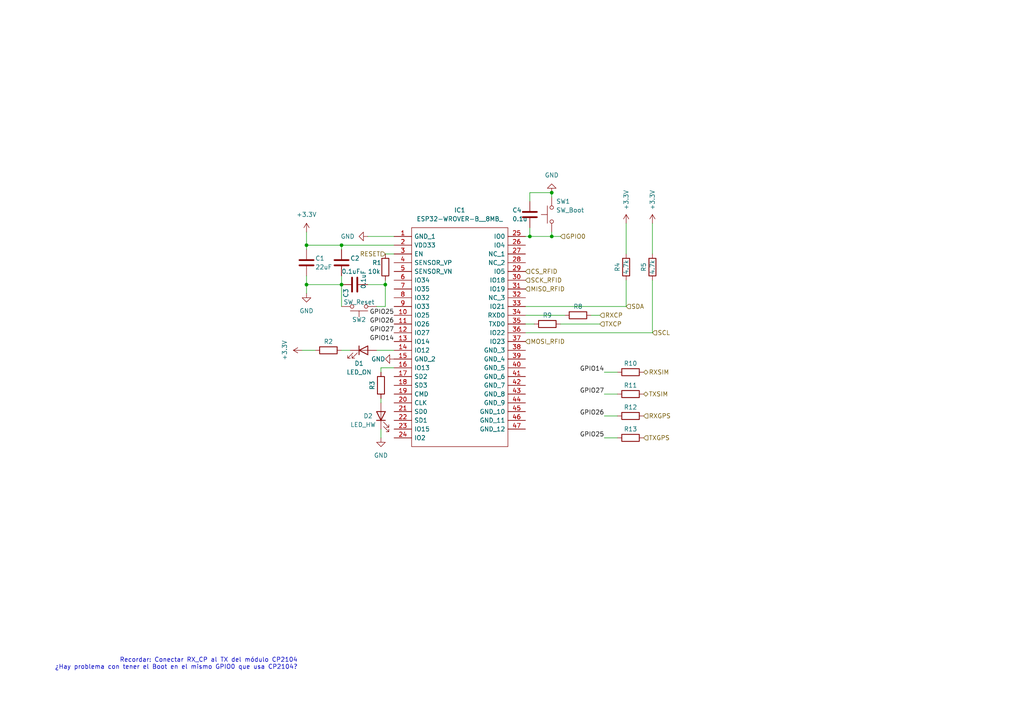
<source format=kicad_sch>
(kicad_sch (version 20211123) (generator eeschema)
  (paper "A4")
  (lib_symbols
    (symbol "Device:C" (pin_numbers hide) (pin_names (offset 0.254))
      (property "Reference" "C" (at 0.635 2.54 0))
      (property "Value" "C" (at 0.635 -2.54 0))
      (symbol "C_0_1"
        (polyline (pts (xy -2.032 -0.762) (xy 2.032 -0.762)) (stroke (width 0.508)))
        (polyline (pts (xy -2.032 0.762) (xy 2.032 0.762)) (stroke (width 0.508)))
      )
      (symbol "C_1_1"
        (pin passive line (at 0 3.81 270) (length 2.794) (name "~") (number "1"))
        (pin passive line (at 0 -3.81 90) (length 2.794) (name "~") (number "2"))
      )
    )
    (symbol "Device:LED" (pin_numbers hide) (pin_names (offset 1.016) hide)
      (property "Reference" "D" (at 0 2.54 0))
      (property "Value" "LED" (at 0 -2.54 0))
      (symbol "LED_0_1"
        (polyline (pts (xy -1.27 -1.27) (xy -1.27 1.27)) (stroke (width 0.254)))
        (polyline (pts (xy -1.27 0) (xy 1.27 0)))
        (polyline (pts (xy 1.27 -1.27) (xy 1.27 1.27) (xy -1.27 0) (xy 1.27 -1.27)) (stroke (width 0.254)))
        (polyline (pts (xy -3.048 -0.762) (xy -4.572 -2.286) (xy -3.81 -2.286) (xy -4.572 -2.286) (xy -4.572 -1.524)))
        (polyline (pts (xy -1.778 -0.762) (xy -3.302 -2.286) (xy -2.54 -2.286) (xy -3.302 -2.286) (xy -3.302 -1.524)))
      )
      (symbol "LED_1_1"
        (pin passive line (at -3.81 0 0) (length 2.54) (name "K") (number "1"))
        (pin passive line (at 3.81 0 180) (length 2.54) (name "A") (number "2"))
      )
    )
    (symbol "Device:R" (pin_numbers hide) (pin_names (offset 0))
      (property "Reference" "R" (at 2.032 0 90))
      (property "Value" "R" (at 0 0 90))
      (symbol "R_0_1"
        (rectangle (start -1.016 -2.54) (end 1.016 2.54) (stroke (width 0.254)))
      )
      (symbol "R_1_1"
        (pin passive line (at 0 3.81 270) (length 1.27) (name "~") (number "1"))
        (pin passive line (at 0 -3.81 90) (length 1.27) (name "~") (number "2"))
      )
    )
    (symbol "ESP32-WROVER-B__8MB_:ESP32-WROVER-B__8MB_" (pin_names (offset 0.762))
      (property "Reference" "IC" (at 34.29 7.62 0))
      (property "Value" "ESP32-WROVER-B__8MB_" (at 34.29 5.08 0))
      (symbol "ESP32-WROVER-B__8MB__0_0"
        (pin passive line (at 0 0 0) (length 5.08) (name "GND_1") (number "1"))
        (pin passive line (at 0 -22.86 0) (length 5.08) (name "IO25") (number "10"))
        (pin passive line (at 0 -25.4 0) (length 5.08) (name "IO26") (number "11"))
        (pin passive line (at 0 -27.94 0) (length 5.08) (name "IO27") (number "12"))
        (pin passive line (at 0 -30.48 0) (length 5.08) (name "IO14") (number "13"))
        (pin passive line (at 0 -33.02 0) (length 5.08) (name "IO12") (number "14"))
        (pin passive line (at 0 -35.56 0) (length 5.08) (name "GND_2") (number "15"))
        (pin passive line (at 0 -38.1 0) (length 5.08) (name "IO13") (number "16"))
        (pin passive line (at 0 -40.64 0) (length 5.08) (name "SD2") (number "17"))
        (pin passive line (at 0 -43.18 0) (length 5.08) (name "SD3") (number "18"))
        (pin passive line (at 0 -45.72 0) (length 5.08) (name "CMD") (number "19"))
        (pin passive line (at 0 -2.54 0) (length 5.08) (name "VDD33") (number "2"))
        (pin passive line (at 0 -48.26 0) (length 5.08) (name "CLK") (number "20"))
        (pin passive line (at 0 -50.8 0) (length 5.08) (name "SD0") (number "21"))
        (pin passive line (at 0 -53.34 0) (length 5.08) (name "SD1") (number "22"))
        (pin passive line (at 0 -55.88 0) (length 5.08) (name "IO15") (number "23"))
        (pin passive line (at 0 -58.42 0) (length 5.08) (name "IO2") (number "24"))
        (pin passive line (at 38.1 0 180) (length 5.08) (name "IO0") (number "25"))
        (pin passive line (at 38.1 -2.54 180) (length 5.08) (name "IO4") (number "26"))
        (pin passive line (at 38.1 -5.08 180) (length 5.08) (name "NC_1") (number "27"))
        (pin passive line (at 38.1 -7.62 180) (length 5.08) (name "NC_2") (number "28"))
        (pin passive line (at 38.1 -10.16 180) (length 5.08) (name "IO5") (number "29"))
        (pin passive line (at 0 -5.08 0) (length 5.08) (name "EN") (number "3"))
        (pin passive line (at 38.1 -12.7 180) (length 5.08) (name "IO18") (number "30"))
        (pin passive line (at 38.1 -15.24 180) (length 5.08) (name "IO19") (number "31"))
        (pin passive line (at 38.1 -17.78 180) (length 5.08) (name "NC_3") (number "32"))
        (pin passive line (at 38.1 -20.32 180) (length 5.08) (name "IO21") (number "33"))
        (pin passive line (at 38.1 -22.86 180) (length 5.08) (name "RXD0") (number "34"))
        (pin passive line (at 38.1 -25.4 180) (length 5.08) (name "TXD0") (number "35"))
        (pin passive line (at 38.1 -27.94 180) (length 5.08) (name "IO22") (number "36"))
        (pin passive line (at 38.1 -30.48 180) (length 5.08) (name "IO23") (number "37"))
        (pin passive line (at 38.1 -33.02 180) (length 5.08) (name "GND_3") (number "38"))
        (pin passive line (at 38.1 -35.56 180) (length 5.08) (name "GND_4") (number "39"))
        (pin passive line (at 0 -7.62 0) (length 5.08) (name "SENSOR_VP") (number "4"))
        (pin passive line (at 38.1 -38.1 180) (length 5.08) (name "GND_5") (number "40"))
        (pin passive line (at 38.1 -40.64 180) (length 5.08) (name "GND_6") (number "41"))
        (pin passive line (at 38.1 -43.18 180) (length 5.08) (name "GND_7") (number "42"))
        (pin passive line (at 38.1 -45.72 180) (length 5.08) (name "GND_8") (number "43"))
        (pin passive line (at 38.1 -48.26 180) (length 5.08) (name "GND_9") (number "44"))
        (pin passive line (at 38.1 -50.8 180) (length 5.08) (name "GND_10") (number "45"))
        (pin passive line (at 38.1 -53.34 180) (length 5.08) (name "GND_11") (number "46"))
        (pin passive line (at 38.1 -55.88 180) (length 5.08) (name "GND_12") (number "47"))
        (pin passive line (at 0 -10.16 0) (length 5.08) (name "SENSOR_VN") (number "5"))
        (pin passive line (at 0 -12.7 0) (length 5.08) (name "IO34") (number "6"))
        (pin passive line (at 0 -15.24 0) (length 5.08) (name "IO35") (number "7"))
        (pin passive line (at 0 -17.78 0) (length 5.08) (name "IO32") (number "8"))
        (pin passive line (at 0 -20.32 0) (length 5.08) (name "IO33") (number "9"))
      )
      (symbol "ESP32-WROVER-B__8MB__0_1"
        (polyline (pts (xy 5.08 2.54) (xy 33.02 2.54) (xy 33.02 -60.96) (xy 5.08 -60.96) (xy 5.08 2.54)) (stroke (width 0.1524)))
      )
    )
    (symbol "Switch:SW_MEC_5G" (pin_numbers hide) (pin_names (offset 1.016) hide)
      (property "Reference" "SW" (at 1.27 2.54 0))
      (property "Value" "SW_MEC_5G" (at 0 -1.524 0))
      (symbol "SW_MEC_5G_0_1"
        (circle (center -2.032 0) (radius 0.508))
        (polyline (pts (xy 0 1.27) (xy 0 3.048)))
        (polyline (pts (xy 2.54 1.27) (xy -2.54 1.27)))
        (circle (center 2.032 0) (radius 0.508))
        (pin passive line (at -5.08 0 0) (length 2.54) (name "A") (number "1"))
        (pin passive line (at 5.08 0 180) (length 2.54) (name "B") (number "3"))
      )
      (symbol "SW_MEC_5G_1_1"
        (pin passive line (at -5.08 0 0) (length 2.54) hide (name "A") (number "2"))
        (pin passive line (at 5.08 0 180) (length 2.54) hide (name "B") (number "4"))
      )
    )
    (symbol "Switch:SW_Push" (pin_numbers hide) (pin_names (offset 1.016) hide)
      (property "Reference" "SW" (at 1.27 2.54 0))
      (property "Value" "SW_Push" (at 0 -1.524 0))
      (symbol "SW_Push_0_1"
        (circle (center -2.032 0) (radius 0.508))
        (polyline (pts (xy 0 1.27) (xy 0 3.048)))
        (polyline (pts (xy 2.54 1.27) (xy -2.54 1.27)))
        (circle (center 2.032 0) (radius 0.508))
        (pin passive line (at -5.08 0 0) (length 2.54) (name "1") (number "1"))
        (pin passive line (at 5.08 0 180) (length 2.54) (name "2") (number "2"))
      )
    )
    (symbol "power:+3.3V" (power) (pin_names (offset 0))
      (property "Value" "+3.3V" (at 0 3.556 0))
      (symbol "+3.3V_0_1"
        (polyline (pts (xy -0.762 1.27) (xy 0 2.54)))
        (polyline (pts (xy 0 0) (xy 0 2.54)))
        (polyline (pts (xy 0 2.54) (xy 0.762 1.27)))
      )
      (symbol "+3.3V_1_1"
        (pin power_in line (at 0 0 90) (length 0) hide (name "+3.3V") (number "1"))
      )
    )
    (symbol "power:GND" (power) (pin_names (offset 0))
      (property "Value" "GND" (at 0 -3.81 0))
      (symbol "GND_0_1"
        (polyline (pts (xy 0 0) (xy 0 -1.27) (xy 1.27 -1.27) (xy 0 -2.54) (xy -1.27 -1.27) (xy 0 -1.27)))
      )
      (symbol "GND_1_1"
        (pin power_in line (at 0 0 270) (length 0) hide (name "GND") (number "1"))
      )
    )
  )
  (junction (at 88.9 71.12))
  (junction (at 88.9 82.55))
  (junction (at 111.76 82.55))
  (junction (at 99.06 82.55))
  (junction (at 160.02 55.88))
  (junction (at 153.67 68.58))
  (junction (at 99.06 71.12))
  (junction (at 160.02 68.58))
  (wire (pts (xy 88.9 80.01) (xy 88.9 82.55)))
  (wire (pts (xy 109.22 88.9) (xy 111.76 88.9)))
  (wire (pts (xy 109.22 101.6) (xy 114.3 101.6)))
  (wire (pts (xy 175.26 120.65) (xy 179.07 120.65)))
  (wire (pts (xy 175.26 127) (xy 179.07 127)))
  (wire (pts (xy 111.76 88.9) (xy 111.76 82.55)))
  (wire (pts (xy 171.45 91.44) (xy 173.99 91.44)))
  (wire (pts (xy 99.06 82.55) (xy 99.06 88.9)))
  (wire (pts (xy 99.06 71.12) (xy 99.06 72.39)))
  (wire (pts (xy 99.06 71.12) (xy 114.3 71.12)))
  (wire (pts (xy 152.4 88.9) (xy 181.61 88.9)))
  (wire (pts (xy 153.67 68.58) (xy 160.02 68.58)))
  (wire (pts (xy 110.49 127) (xy 110.49 124.46)))
  (wire (pts (xy 160.02 68.58) (xy 162.56 68.58)))
  (wire (pts (xy 181.61 73.66) (xy 181.61 64.77)))
  (wire (pts (xy 106.68 82.55) (xy 111.76 82.55)))
  (wire (pts (xy 110.49 116.84) (xy 110.49 115.57)))
  (wire (pts (xy 160.02 57.15) (xy 160.02 55.88)))
  (wire (pts (xy 152.4 96.52) (xy 189.23 96.52)))
  (wire (pts (xy 88.9 71.12) (xy 99.06 71.12)))
  (wire (pts (xy 175.26 114.3) (xy 179.07 114.3)))
  (wire (pts (xy 87.63 101.6) (xy 91.44 101.6)))
  (wire (pts (xy 152.4 93.98) (xy 154.94 93.98)))
  (wire (pts (xy 99.06 82.55) (xy 88.9 82.55)))
  (wire (pts (xy 160.02 67.31) (xy 160.02 68.58)))
  (wire (pts (xy 110.49 106.68) (xy 114.3 106.68)))
  (wire (pts (xy 110.49 107.95) (xy 110.49 106.68)))
  (wire (pts (xy 114.3 73.66) (xy 111.76 73.66)))
  (wire (pts (xy 153.67 66.04) (xy 153.67 68.58)))
  (wire (pts (xy 99.06 101.6) (xy 101.6 101.6)))
  (wire (pts (xy 111.76 81.28) (xy 111.76 82.55)))
  (wire (pts (xy 189.23 81.28) (xy 189.23 96.52)))
  (wire (pts (xy 181.61 81.28) (xy 181.61 88.9)))
  (wire (pts (xy 152.4 91.44) (xy 163.83 91.44)))
  (wire (pts (xy 99.06 80.01) (xy 99.06 82.55)))
  (wire (pts (xy 162.56 93.98) (xy 173.99 93.98)))
  (wire (pts (xy 175.26 107.95) (xy 179.07 107.95)))
  (wire (pts (xy 152.4 68.58) (xy 153.67 68.58)))
  (wire (pts (xy 106.68 68.58) (xy 114.3 68.58)))
  (wire (pts (xy 88.9 71.12) (xy 88.9 72.39)))
  (wire (pts (xy 88.9 67.31) (xy 88.9 71.12)))
  (wire (pts (xy 88.9 82.55) (xy 88.9 85.09)))
  (wire (pts (xy 160.02 55.88) (xy 153.67 55.88)))
  (wire (pts (xy 153.67 55.88) (xy 153.67 58.42)))
  (wire (pts (xy 189.23 73.66) (xy 189.23 64.77)))
  (text "Recordar: Conectar RX_CP al TX del módulo CP2104\n¿Hay problema con tener el Boot en el mismo GPIO0 que usa CP2104?" (at 86.36 194.31 0) (effects (font (size 1.27 1.27)) (justify right bottom)))
  (label "GPIO14" (at 175.26 107.95 180))
  (label "GPIO27" (at 114.3 96.52 180))
  (label "GPIO27" (at 175.26 114.3 180))
  (label "GPIO26" (at 114.3 93.98 180))
  (label "GPIO25" (at 175.26 127 180))
  (label "GPIO25" (at 114.3 91.44 180))
  (label "GPIO14" (at 114.3 99.06 180))
  (label "GPIO26" (at 175.26 120.65 180))
  (hierarchical_label "SDA" (shape input) (at 181.61 88.9 0))
  (hierarchical_label "RXSIM" (shape bidirectional) (at 186.69 107.95 0))
  (hierarchical_label "CS_RFID" (shape input) (at 152.4 78.74 0))
  (hierarchical_label "RXGPS" (shape input) (at 186.69 120.65 0))
  (hierarchical_label "RESET" (shape input) (at 111.76 73.66 180))
  (hierarchical_label "SCK_RFID" (shape input) (at 152.4 81.28 0))
  (hierarchical_label "TXGPS" (shape input) (at 186.69 127 0))
  (hierarchical_label "MOSI_RFID" (shape input) (at 152.4 99.06 0))
  (hierarchical_label "SCL" (shape input) (at 189.23 96.52 0))
  (hierarchical_label "TXCP" (shape input) (at 173.99 93.98 0))
  (hierarchical_label "TXSIM" (shape bidirectional) (at 186.69 114.3 0))
  (hierarchical_label "GPIO0" (shape input) (at 162.56 68.58 0))
  (hierarchical_label "MISO_RFID" (shape input) (at 152.4 83.82 0))
  (hierarchical_label "RXCP" (shape input) (at 173.99 91.44 0))
  (symbol (lib_id "Device:R") (at 111.76 77.47 0) (unit 1)
    (property "Reference" "R1" (at 107.95 76.2 0) (effects (justify left)))
    (property "Value" "10k" (at 106.68 78.74 0) (effects (justify left)))
  )
  (symbol (lib_id "Device:C") (at 102.87 82.55 90) (unit 1)
    (property "Reference" "C3" (at 100.33 86.36 0) (effects (justify left)))
    (property "Value" "0.1uF" (at 105.41 83.82 0) (effects (justify left)))
  )
  (symbol (lib_id "Device:R") (at 158.75 93.98 90) (unit 1)
    (property "Reference" "R9" (at 158.75 91.44 90))
  )
  (symbol (lib_id "Device:R") (at 167.64 91.44 90) (unit 1)
    (property "Reference" "R8" (at 167.64 88.9 90))
  )
  (symbol (lib_id "Device:C") (at 99.06 76.2 0) (unit 1)
    (property "Reference" "C2" (at 101.6 74.93 0) (effects (justify left)))
    (property "Value" "0.1uF" (at 99.06 78.74 0) (effects (justify left)))
  )
  (symbol (lib_id "Device:R") (at 110.49 111.76 180) (unit 1)
    (property "Reference" "R3" (at 107.95 111.76 90))
  )
  (symbol (lib_id "Device:R") (at 95.25 101.6 90) (unit 1)
    (property "Reference" "R2" (at 95.25 99.06 90))
  )
  (symbol (lib_id "power:GND") (at 88.9 85.09 0) (unit 1)
    (property "Reference" "#PWR?" (effects hide))
    (property "Value" "GND" (at 88.9 90.17 0))
  )
  (symbol (lib_id "power:GND") (at 160.02 55.88 180) (unit 1)
    (property "Reference" "#PWR?" (effects hide))
    (property "Value" "GND" (at 160.02 50.8 0))
  )
  (symbol (lib_id "power:GND") (at 114.3 104.14 270) (unit 1)
    (property "Reference" "#PWR?" (effects hide))
    (property "Value" "GND" (at 111.76 104.14 90) (effects (justify right)))
  )
  (symbol (lib_id "power:+3.3V") (at 181.61 64.77 0) (unit 1)
    (property "Reference" "#PWR?" (effects hide))
    (property "Value" "+3.3V" (at 181.6099 60.96 90) (effects (justify left)))
  )
  (symbol (lib_id "Device:C") (at 153.67 62.23 0) (unit 1)
    (property "Reference" "C4" (at 148.59 60.96 0) (effects (justify left)))
    (property "Value" "0.1u" (at 148.59 63.5 0) (effects (justify left)))
  )
  (symbol (lib_id "power:+3.3V") (at 88.9 67.31 0) (unit 1)
    (property "Reference" "#PWR?" (effects hide))
    (property "Value" "+3.3V" (at 88.9 62.23 0))
  )
  (symbol (lib_id "Switch:SW_Push") (at 160.02 62.23 90) (unit 1)
    (property "Reference" "SW1" (at 161.29 58.42 90) (effects (justify right)))
    (property "Value" "SW_Boot" (at 161.29 60.96 90) (effects (justify right)))
  )
  (symbol (lib_id "power:+3.3V") (at 189.23 64.77 0) (unit 1)
    (property "Reference" "#PWR?" (effects hide))
    (property "Value" "+3.3V" (at 189.2299 60.96 90) (effects (justify left)))
  )
  (symbol (lib_id "Device:R") (at 181.61 77.47 180) (unit 1)
    (property "Reference" "R4" (at 179.07 77.47 90))
    (property "Value" "4.7k" (at 181.61 77.47 90))
  )
  (symbol (lib_id "power:+3.3V") (at 87.63 101.6 90) (unit 1)
    (property "Reference" "#PWR?" (effects hide))
    (property "Value" "+3.3V" (at 82.55 101.6 0))
  )
  (symbol (lib_id "Device:LED") (at 105.41 101.6 0) (unit 1)
    (property "Reference" "D1" (at 104.14 105.41 0))
    (property "Value" "LED_ON" (at 104.14 107.95 0))
  )
  (symbol (lib_id "Device:R") (at 182.88 120.65 90) (unit 1)
    (property "Reference" "R12" (at 182.88 118.11 90))
  )
  (symbol (lib_id "Switch:SW_MEC_5G") (at 104.14 88.9 180) (unit 1)
    (property "Reference" "SW2" (at 104.14 92.71 0))
    (property "Value" "SW_Reset" (at 104.14 87.63 0))
    (property "Datasheet" "http://www.apem.com/int/index.php?controller=attachment&id_attachment=488" (effects hide))
  )
  (symbol (lib_id "Device:R") (at 182.88 107.95 90) (unit 1)
    (property "Reference" "R10" (at 182.88 105.41 90))
  )
  (symbol (lib_id "ESP32-WROVER-B__8MB_:ESP32-WROVER-B__8MB_") (at 114.3 68.58 0) (unit 1)
    (property "Reference" "IC1" (at 133.35 60.96 0))
    (property "Value" "ESP32-WROVER-B__8MB_" (at 133.35 63.5 0))
    (property "Footprint" "ESP32WROVERB8MB" (effects hide))
    (property "Datasheet" "https://eu.mouser.com/datasheet/2/891/esp32-wrover-b_datasheet_en-1384674.pdf" (effects hide))
    (property "Description" "WiFi Modules (802.11) SMD Module M213DH6464PH3Q0, ESP32-D0WD, 64Mbits PSRAM, 8MB SPI flash, PCB Antenna" (effects hide))
    (property "Height" "3.4" (effects hide))
    (property "Manufacturer_Name" "Espressif Systems" (effects hide))
    (property "Manufacturer_Part_Number" "ESP32-WROVER-B (8MB)" (effects hide))
    (property "Mouser Part Number" "356-ESP32-WRO-B(8MB)" (effects hide))
  )
  (symbol (lib_id "Device:C") (at 88.9 76.2 0) (unit 1)
    (property "Reference" "C1" (at 91.44 74.93 0) (effects (justify left)))
    (property "Value" "22uF" (at 91.44 77.47 0) (effects (justify left)))
  )
  (symbol (lib_id "power:GND") (at 106.68 68.58 270) (unit 1)
    (property "Reference" "#PWR?" (effects hide))
    (property "Value" "GND" (at 102.87 68.5799 90) (effects (justify right)))
  )
  (symbol (lib_id "Device:R") (at 182.88 114.3 90) (unit 1)
    (property "Reference" "R11" (at 182.88 111.76 90))
  )
  (symbol (lib_id "Device:R") (at 182.88 127 90) (unit 1)
    (property "Reference" "R13" (at 182.88 124.46 90))
  )
  (symbol (lib_id "Device:R") (at 189.23 77.47 180) (unit 1)
    (property "Reference" "R5" (at 186.69 77.47 90))
    (property "Value" "4.7k" (at 189.23 77.47 90))
  )
  (symbol (lib_id "power:GND") (at 110.49 127 0) (unit 1)
    (property "Reference" "#PWR?" (effects hide))
    (property "Value" "GND" (at 110.49 132.08 0))
  )
  (symbol (lib_id "Device:LED") (at 110.49 120.65 90) (unit 1)
    (property "Reference" "D2" (at 105.41 120.65 90) (effects (justify right)))
    (property "Value" "LED_HW" (at 101.6 123.19 90) (effects (justify right)))
  )
)
</source>
